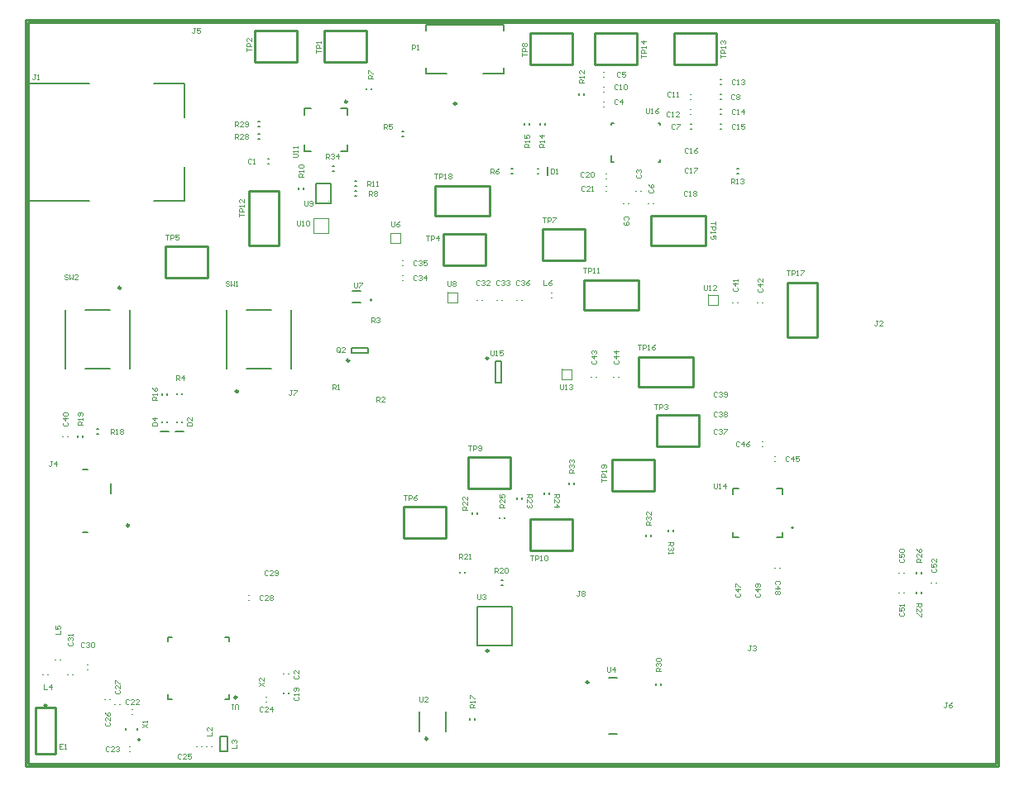
<source format=gto>
G04*
G04 #@! TF.GenerationSoftware,Altium Limited,Altium Designer,20.1.11 (218)*
G04*
G04 Layer_Color=65535*
%FSLAX25Y25*%
%MOIN*%
G70*
G04*
G04 #@! TF.SameCoordinates,9738943D-FDB6-407F-A489-FF49C37398C0*
G04*
G04*
G04 #@! TF.FilePolarity,Positive*
G04*
G01*
G75*
%ADD10C,0.00984*%
%ADD11C,0.01000*%
%ADD12C,0.00197*%
%ADD13C,0.00787*%
%ADD14C,0.00394*%
%ADD15C,0.00600*%
%ADD16C,0.00079*%
%ADD17C,0.00500*%
%ADD18C,0.00591*%
%ADD19C,0.00300*%
D10*
X41665Y97098D02*
G03*
X41665Y97098I-492J0D01*
G01*
X161933Y11012D02*
G03*
X161933Y11012I-492J0D01*
G01*
X85067Y27701D02*
G03*
X85067Y27701I-492J0D01*
G01*
X129591Y267941D02*
G03*
X129591Y267941I-492J0D01*
G01*
X173555Y267150D02*
G03*
X173555Y267150I-492J0D01*
G01*
X226882Y33748D02*
G03*
X226882Y33748I-492J0D01*
G01*
X186492Y164512D02*
G03*
X186492Y164512I-492J0D01*
G01*
X130413Y163543D02*
G03*
X130413Y163543I-492J0D01*
G01*
X186587Y46482D02*
G03*
X186587Y46482I-492J0D01*
G01*
X38350Y192866D02*
G03*
X38350Y192866I-492J0D01*
G01*
X85634Y151134D02*
G03*
X85634Y151134I-492J0D01*
G01*
D11*
X8500Y24500D02*
G03*
X8500Y24500I-500J0D01*
G01*
X203500Y99500D02*
X220500D01*
Y87000D02*
Y99500D01*
X203500Y87000D02*
X220500D01*
X203500D02*
Y99500D01*
X12000Y5000D02*
Y23500D01*
X4000Y5000D02*
X12000D01*
X4000D02*
Y23500D01*
X12000D01*
X92500Y296500D02*
X109500D01*
Y284000D02*
Y296500D01*
X92500Y284000D02*
X109500D01*
X92500D02*
Y296500D01*
X120500D02*
X137500D01*
Y284000D02*
Y296500D01*
X120500Y284000D02*
X137500D01*
X120500D02*
Y296500D01*
X203500Y283000D02*
Y295500D01*
Y283000D02*
X220500D01*
Y295500D01*
X203500D02*
X220500D01*
X252000Y210000D02*
X274000D01*
X252000D02*
Y222000D01*
X274000D01*
Y210000D02*
Y222000D01*
X229500Y295500D02*
X246500D01*
Y283000D02*
Y295500D01*
X229500Y283000D02*
X246500D01*
X229500D02*
Y295500D01*
X261500D02*
X278500D01*
Y283000D02*
Y295500D01*
X261500Y283000D02*
X278500D01*
X261500D02*
Y295500D01*
X1000Y1000D02*
X391000D01*
Y300000D01*
X1000D02*
X391000D01*
X1000Y1000D02*
Y300000D01*
X254500Y141500D02*
X271500D01*
Y129000D02*
Y141500D01*
X254500Y129000D02*
X271500D01*
X254500D02*
Y141500D01*
X236500Y123500D02*
X253500D01*
Y111000D02*
Y123500D01*
X236500Y111000D02*
X253500D01*
X236500D02*
Y123500D01*
X168500Y214500D02*
X185500D01*
Y202000D02*
Y214500D01*
X168500Y202000D02*
X185500D01*
X168500D02*
Y214500D01*
X247000Y153000D02*
Y165000D01*
Y153000D02*
X269000D01*
Y165000D01*
X247000D02*
X269000D01*
X90000Y210000D02*
X102000D01*
Y232000D01*
X90000D02*
X102000D01*
X90000Y210000D02*
Y232000D01*
X319000Y173000D02*
Y195000D01*
X307000Y173000D02*
X319000D01*
X307000D02*
Y195000D01*
X319000D01*
X225000Y196000D02*
X247000D01*
Y184000D02*
Y196000D01*
X225000Y184000D02*
X247000D01*
X225000D02*
Y196000D01*
X165000Y234000D02*
X187000D01*
Y222000D02*
Y234000D01*
X165000Y222000D02*
X187000D01*
X165000D02*
Y234000D01*
X56500Y197000D02*
Y209500D01*
Y197000D02*
X73500D01*
Y209500D01*
X56500D02*
X73500D01*
X152500Y92000D02*
Y104500D01*
Y92000D02*
X169500D01*
Y104500D01*
X152500D02*
X169500D01*
X178500Y112000D02*
Y124500D01*
Y112000D02*
X195500D01*
Y124500D01*
X178500D02*
X195500D01*
X208500Y204000D02*
Y216500D01*
Y204000D02*
X225500D01*
Y216500D01*
X208500D02*
X225500D01*
X0Y0D02*
X392000D01*
Y301000D01*
X0D02*
X392000D01*
X0Y0D02*
Y301000D01*
D12*
X275228Y190067D02*
G03*
X275228Y190067I-197J0D01*
G01*
X216213Y160051D02*
G03*
X216213Y160051I-197J0D01*
G01*
X122165Y214968D02*
G03*
X122165Y214968I-197J0D01*
G01*
X151264Y214968D02*
G03*
X151264Y214968I-197J0D01*
G01*
X170213Y191083D02*
G03*
X170213Y191083I-197J0D01*
G01*
D13*
X309370Y96095D02*
G03*
X309370Y96095I-394J0D01*
G01*
X22945Y94244D02*
X25032D01*
X34244Y109933D02*
Y114067D01*
X22945Y119756D02*
X25032D01*
X236145Y243728D02*
Y246425D01*
Y243728D02*
X236874D01*
X236145Y259279D02*
X236874D01*
X236145Y258551D02*
Y259279D01*
X255633Y258551D02*
Y259279D01*
X254905D02*
X255633D01*
Y243728D02*
Y244456D01*
X254905Y243728D02*
X255633D01*
X169315Y14063D02*
Y21937D01*
X158685Y14063D02*
Y21937D01*
X57213Y27110D02*
X58984D01*
X57213D02*
Y28882D01*
Y50142D02*
Y51913D01*
X58984D01*
X82016Y27110D02*
Y28882D01*
X80244Y27110D02*
X82016D01*
Y50142D02*
Y51913D01*
X80244D02*
X82016D01*
X127032Y265382D02*
X129689D01*
Y262724D02*
Y265382D01*
X112366D02*
X115024D01*
X112366Y262724D02*
Y265382D01*
Y248059D02*
X115024D01*
X112366D02*
Y250716D01*
X127032Y248059D02*
X129689D01*
Y250716D01*
X64000Y227917D02*
Y241697D01*
Y261539D02*
Y275319D01*
X1008Y227917D02*
X25811D01*
X51795D02*
X64000D01*
X51795Y275319D02*
X64000D01*
X1008D02*
X25811D01*
X1008Y227917D02*
Y275319D01*
X161350Y296480D02*
Y298843D01*
X192650Y296480D02*
Y298843D01*
Y279157D02*
Y281520D01*
X184480Y279157D02*
X192650D01*
X161449D02*
X169520D01*
X161350D02*
Y281520D01*
Y298843D02*
X192650D01*
X234953Y13079D02*
X238496D01*
X234953Y35520D02*
X238496D01*
X191610Y154669D02*
Y163331D01*
X189248Y154669D02*
Y163331D01*
Y154669D02*
X191610D01*
X189248Y163331D02*
X191610D01*
X131299Y166595D02*
Y168563D01*
X137992Y166595D02*
Y168563D01*
X131299Y166595D02*
X137992D01*
X131299Y168563D02*
X137992D01*
X182158Y48549D02*
Y64297D01*
X195937D01*
Y48549D02*
Y64297D01*
X182158Y48549D02*
X195937D01*
X24067Y160189D02*
X33933D01*
X41992D02*
Y183811D01*
X24067D02*
X33933D01*
X16008Y160189D02*
Y183811D01*
X89067Y183811D02*
X98933D01*
X81008Y160189D02*
Y183811D01*
X89067Y160189D02*
X98933D01*
X106992D02*
Y183811D01*
D14*
X122228Y227850D02*
G03*
X122228Y227850I-197J0D01*
G01*
D15*
X139606Y187902D02*
G03*
X139606Y187902I-394J0D01*
G01*
X46281Y10638D02*
G03*
X46281Y10638I-557J0D01*
G01*
X123782Y240000D02*
X124282D01*
X123782Y242000D02*
X124282D01*
X219000Y113718D02*
Y114218D01*
X221000Y113718D02*
Y114218D01*
X250000Y92718D02*
Y93218D01*
X252000Y92718D02*
Y93218D01*
X151781Y254000D02*
X152281D01*
X151781Y256000D02*
X152281D01*
X248000Y231890D02*
Y232047D01*
X246000Y231890D02*
Y232047D01*
X280016Y263000D02*
X280173D01*
X280016Y265000D02*
X280173D01*
X280016Y257000D02*
X280173D01*
X280016Y259000D02*
X280173D01*
X280016Y269000D02*
X280173D01*
X280016Y271000D02*
X280173D01*
X280016Y275000D02*
X280173D01*
X280016Y277000D02*
X280173D01*
X243000Y226921D02*
Y227079D01*
X241000Y226921D02*
Y227079D01*
X286719Y239000D02*
X287218D01*
X286719Y241000D02*
X287218D01*
X253000Y226890D02*
Y227047D01*
X251000Y226890D02*
Y227047D01*
X210437Y238425D02*
Y241575D01*
X206343Y240984D02*
X206658D01*
X206343Y239016D02*
X206658D01*
X195782Y241000D02*
X196282D01*
X195782Y239000D02*
X196282D01*
X225000Y270750D02*
Y271250D01*
X223000Y270750D02*
Y271250D01*
X201000Y258718D02*
Y259219D01*
X203000Y258718D02*
Y259219D01*
X268016Y259000D02*
X268173D01*
X268016Y257000D02*
X268173D01*
X267984Y265000D02*
X268142D01*
X267984Y263000D02*
X268142D01*
X267953Y271000D02*
X268110D01*
X267953Y269000D02*
X268110D01*
X89890Y69000D02*
X90047D01*
X89890Y67000D02*
X90047D01*
X179000Y18719D02*
Y19218D01*
X181000Y18719D02*
Y19218D01*
X137500Y272781D02*
Y273282D01*
X139500Y272781D02*
Y273282D01*
X256000Y32719D02*
Y33219D01*
X254000Y32719D02*
Y33219D01*
X297000Y186953D02*
Y187110D01*
X295000Y186953D02*
Y187110D01*
X285000Y186953D02*
Y187110D01*
X287000Y186953D02*
Y187110D01*
X151890Y196000D02*
X152047D01*
X151890Y198000D02*
X152047D01*
X151890Y204000D02*
X152047D01*
X151890Y202000D02*
X152047D01*
X233953Y232000D02*
X234110D01*
X233953Y234000D02*
X234110D01*
X233953Y237000D02*
X234110D01*
X233953Y239000D02*
X234110D01*
X232953Y278000D02*
X233110D01*
X232953Y280000D02*
X233110D01*
X232953Y272000D02*
X233110D01*
X232953Y274000D02*
X233110D01*
X232890Y266000D02*
X233047D01*
X232890Y268000D02*
X233047D01*
X239000Y156953D02*
Y157110D01*
X237000Y156953D02*
Y157110D01*
X228000Y156953D02*
Y157110D01*
X230000Y156953D02*
Y157110D01*
X352000Y77890D02*
Y78047D01*
X354000Y77890D02*
Y78047D01*
X352000Y69921D02*
Y70079D01*
X354000Y69921D02*
Y70079D01*
X261000Y94750D02*
Y95250D01*
X259000Y94750D02*
Y95250D01*
X182000Y101750D02*
Y102250D01*
X180000Y101750D02*
Y102250D01*
X193000Y99782D02*
Y100282D01*
X191000Y99782D02*
Y100282D01*
X198000Y107750D02*
Y108250D01*
X200000Y107750D02*
Y108250D01*
X209000Y109719D02*
Y110219D01*
X211000Y109719D02*
Y110219D01*
X302000Y79953D02*
Y80110D01*
X304000Y79953D02*
Y80110D01*
X301921Y125000D02*
X302079D01*
X301921Y123000D02*
X302079D01*
X296890Y131000D02*
X297047D01*
X296890Y129000D02*
X297047D01*
X359000Y77719D02*
Y78219D01*
X361000Y77719D02*
Y78219D01*
X365000Y73890D02*
Y74047D01*
X367000Y73890D02*
Y74047D01*
X361000Y69750D02*
Y70250D01*
X359000Y69750D02*
Y70250D01*
X207299Y258750D02*
Y259250D01*
X209299Y258750D02*
Y259250D01*
X132719Y236000D02*
X133219D01*
X132719Y234000D02*
X133219D01*
X132719Y232000D02*
X133219D01*
X132719Y230000D02*
X133219D01*
X112000Y232718D02*
Y233219D01*
X110000Y232718D02*
Y233219D01*
X131732Y186917D02*
X134882D01*
X131732Y191642D02*
X134882D01*
X97714Y243060D02*
X97872D01*
X97714Y245060D02*
X97872D01*
X17000Y132890D02*
Y133047D01*
X15000Y132890D02*
Y133047D01*
X23000Y132719D02*
Y133219D01*
X21000Y132719D02*
Y133219D01*
X28719Y134000D02*
X29219D01*
X28719Y136000D02*
X29219D01*
X93718Y260000D02*
X94218D01*
X93718Y258000D02*
X94218D01*
X93718Y255000D02*
X94218D01*
X93718Y253000D02*
X94218D01*
X60425Y134933D02*
X63575D01*
X62984Y138713D02*
Y139028D01*
X61016Y138713D02*
Y139028D01*
X57000Y149750D02*
Y150250D01*
X55000Y149750D02*
Y150250D01*
X54425Y134933D02*
X57575D01*
X56984Y138713D02*
Y139028D01*
X55016Y138713D02*
Y139028D01*
X32000Y26890D02*
Y27047D01*
X34000Y26890D02*
Y27047D01*
X71000Y7953D02*
Y8110D01*
X69000Y7953D02*
Y8110D01*
X75000Y7953D02*
Y8110D01*
X73000Y7953D02*
Y8110D01*
X96890Y26000D02*
X97047D01*
X96890Y28000D02*
X97047D01*
X104000Y37276D02*
Y37433D01*
X106000Y37276D02*
Y37433D01*
Y29339D02*
Y29496D01*
X104000Y29339D02*
Y29496D01*
X36000Y24921D02*
Y25079D01*
X38000Y24921D02*
Y25079D01*
X184000Y187953D02*
Y188110D01*
X182000Y187953D02*
Y188110D01*
X192000Y187953D02*
Y188110D01*
X190000Y187953D02*
Y188110D01*
X42890Y20937D02*
X43047D01*
X42890Y22937D02*
X43047D01*
X40213Y14772D02*
Y15165D01*
X44937Y14772D02*
Y15165D01*
X41953Y7937D02*
X42110D01*
X41953Y5937D02*
X42110D01*
X9000Y36921D02*
Y37079D01*
X7000Y36921D02*
Y37079D01*
X14000Y42890D02*
Y43047D01*
X12000Y42890D02*
Y43047D01*
X24890Y41000D02*
X25047D01*
X24890Y39000D02*
X25047D01*
X17000Y36921D02*
Y37079D01*
X19000Y36921D02*
Y37079D01*
X191718Y73000D02*
X192218D01*
X191718Y75000D02*
X192218D01*
X61000Y149782D02*
Y150282D01*
X63000Y149782D02*
Y150282D01*
X175000Y77781D02*
Y78281D01*
X177000Y77781D02*
Y78281D01*
X198000Y187953D02*
Y188110D01*
X200000Y187953D02*
Y188110D01*
X211890Y189000D02*
X212047D01*
X211890Y191000D02*
X212047D01*
D16*
X275031Y190067D02*
X278969Y190067D01*
Y185933D02*
Y190067D01*
X275031Y185933D02*
X278969D01*
X275031D02*
Y190067D01*
X216016Y160051D02*
X219953Y160051D01*
Y155917D02*
Y160051D01*
X216016Y155917D02*
X219953D01*
X216016D02*
Y160051D01*
X121968Y214968D02*
Y220969D01*
X115969D02*
X121968D01*
X115969Y214968D02*
Y220969D01*
Y214968D02*
X121968Y214968D01*
X146933Y214968D02*
X151067D01*
X146933Y211032D02*
Y214968D01*
Y211032D02*
X151067D01*
X151067Y214968D01*
X170016Y186949D02*
Y191083D01*
Y186949D02*
X173953D01*
Y191083D01*
X170016Y191083D02*
X173953Y191083D01*
D17*
X285157Y111843D02*
X287303D01*
X285157Y92158D02*
X287303D01*
X302697Y111843D02*
X304842D01*
X302697Y92158D02*
X304842D01*
X285157Y109697D02*
Y111843D01*
Y92158D02*
Y94303D01*
X304842Y109697D02*
Y111843D01*
Y92158D02*
Y94303D01*
X78500Y6000D02*
Y12000D01*
Y6000D02*
X81500D01*
Y12000D01*
X78500D02*
X81500D01*
D18*
X122866Y227000D02*
Y235000D01*
X116866D02*
X122866D01*
X116866Y227000D02*
Y235000D01*
Y227000D02*
X122866D01*
D19*
X121000Y244900D02*
Y246899D01*
X122000D01*
X122333Y246566D01*
Y245900D01*
X122000Y245566D01*
X121000D01*
X121667D02*
X122333Y244900D01*
X122999Y246566D02*
X123333Y246899D01*
X123999D01*
X124332Y246566D01*
Y246233D01*
X123999Y245900D01*
X123666D01*
X123999D01*
X124332Y245566D01*
Y245233D01*
X123999Y244900D01*
X123333D01*
X122999Y245233D01*
X125998Y244900D02*
Y246899D01*
X124999Y245900D01*
X126332D01*
X10667Y123000D02*
X10000D01*
X10334D01*
Y121334D01*
X10000Y121000D01*
X9667D01*
X9334Y121334D01*
X12333Y121000D02*
Y123000D01*
X11333Y122000D01*
X12666D01*
X221000Y118334D02*
X219000D01*
Y119334D01*
X219334Y119667D01*
X220000D01*
X220333Y119334D01*
Y118334D01*
Y119001D02*
X221000Y119667D01*
X219334Y120334D02*
X219000Y120667D01*
Y121333D01*
X219334Y121667D01*
X219667D01*
X220000Y121333D01*
Y121000D01*
Y121333D01*
X220333Y121667D01*
X220666D01*
X221000Y121333D01*
Y120667D01*
X220666Y120334D01*
X219334Y122333D02*
X219000Y122666D01*
Y123333D01*
X219334Y123666D01*
X219667D01*
X220000Y123333D01*
Y122999D01*
Y123333D01*
X220333Y123666D01*
X220666D01*
X221000Y123333D01*
Y122666D01*
X220666Y122333D01*
X249886Y265393D02*
Y263727D01*
X250219Y263394D01*
X250886D01*
X251219Y263727D01*
Y265393D01*
X251886Y263394D02*
X252552D01*
X252219D01*
Y265393D01*
X251886Y265060D01*
X254885Y265393D02*
X254218Y265060D01*
X253552Y264393D01*
Y263727D01*
X253885Y263394D01*
X254552D01*
X254885Y263727D01*
Y264060D01*
X254552Y264393D01*
X253552D01*
X223333Y70599D02*
X222666D01*
X223000D01*
Y68933D01*
X222666Y68600D01*
X222333D01*
X222000Y68933D01*
X223999Y70266D02*
X224333Y70599D01*
X224999D01*
X225332Y70266D01*
Y69933D01*
X224999Y69600D01*
X225332Y69266D01*
Y68933D01*
X224999Y68600D01*
X224333D01*
X223999Y68933D01*
Y69266D01*
X224333Y69600D01*
X223999Y69933D01*
Y70266D01*
X224333Y69600D02*
X224999D01*
X107333Y151599D02*
X106667D01*
X107000D01*
Y149933D01*
X106667Y149600D01*
X106333D01*
X106000Y149933D01*
X107999Y151599D02*
X109332D01*
Y151266D01*
X107999Y149933D01*
Y149600D01*
X371333Y25599D02*
X370666D01*
X371000D01*
Y23933D01*
X370666Y23600D01*
X370333D01*
X370000Y23933D01*
X373332Y25599D02*
X372666Y25266D01*
X371999Y24600D01*
Y23933D01*
X372333Y23600D01*
X372999D01*
X373332Y23933D01*
Y24266D01*
X372999Y24600D01*
X371999D01*
X68333Y297599D02*
X67666D01*
X68000D01*
Y295933D01*
X67666Y295600D01*
X67333D01*
X67000Y295933D01*
X70332Y297599D02*
X68999D01*
Y296600D01*
X69666Y296933D01*
X69999D01*
X70332Y296600D01*
Y295933D01*
X69999Y295600D01*
X69333D01*
X68999Y295933D01*
X252000Y97334D02*
X250000D01*
Y98334D01*
X250333Y98667D01*
X251000D01*
X251333Y98334D01*
Y97334D01*
Y98001D02*
X252000Y98667D01*
X250333Y99334D02*
X250000Y99667D01*
Y100333D01*
X250333Y100666D01*
X250667D01*
X251000Y100333D01*
Y100000D01*
Y100333D01*
X251333Y100666D01*
X251666D01*
X252000Y100333D01*
Y99667D01*
X251666Y99334D01*
X252000Y102666D02*
Y101333D01*
X250667Y102666D01*
X250333D01*
X250000Y102333D01*
Y101666D01*
X250333Y101333D01*
X259000Y90333D02*
X261000D01*
Y89333D01*
X260666Y89000D01*
X260000D01*
X259667Y89333D01*
Y90333D01*
Y89666D02*
X259000Y89000D01*
X260666Y88333D02*
X261000Y88000D01*
Y87334D01*
X260666Y87000D01*
X260333D01*
X260000Y87334D01*
Y87667D01*
Y87334D01*
X259667Y87000D01*
X259334D01*
X259000Y87334D01*
Y88000D01*
X259334Y88333D01*
X259000Y86334D02*
Y85667D01*
Y86001D01*
X261000D01*
X260666Y86334D01*
X256000Y38334D02*
X254000D01*
Y39334D01*
X254333Y39667D01*
X255000D01*
X255333Y39334D01*
Y38334D01*
Y39001D02*
X256000Y39667D01*
X254333Y40334D02*
X254000Y40667D01*
Y41333D01*
X254333Y41666D01*
X254667D01*
X255000Y41333D01*
Y41000D01*
Y41333D01*
X255333Y41666D01*
X255666D01*
X256000Y41333D01*
Y40667D01*
X255666Y40334D01*
X254333Y42333D02*
X254000Y42666D01*
Y43333D01*
X254333Y43666D01*
X255666D01*
X256000Y43333D01*
Y42666D01*
X255666Y42333D01*
X254333D01*
X84334Y258000D02*
Y260000D01*
X85334D01*
X85667Y259666D01*
Y259000D01*
X85334Y258667D01*
X84334D01*
X85001D02*
X85667Y258000D01*
X87666D02*
X86334D01*
X87666Y259333D01*
Y259666D01*
X87333Y260000D01*
X86667D01*
X86334Y259666D01*
X88333Y258334D02*
X88666Y258000D01*
X89333D01*
X89666Y258334D01*
Y259666D01*
X89333Y260000D01*
X88666D01*
X88333Y259666D01*
Y259333D01*
X88666Y259000D01*
X89666D01*
X84271Y253000D02*
Y255000D01*
X85271D01*
X85604Y254666D01*
Y254000D01*
X85271Y253667D01*
X84271D01*
X84938D02*
X85604Y253000D01*
X87603D02*
X86271D01*
X87603Y254333D01*
Y254666D01*
X87270Y255000D01*
X86604D01*
X86271Y254666D01*
X88270D02*
X88603Y255000D01*
X89270D01*
X89603Y254666D01*
Y254333D01*
X89270Y254000D01*
X89603Y253667D01*
Y253334D01*
X89270Y253000D01*
X88603D01*
X88270Y253334D01*
Y253667D01*
X88603Y254000D01*
X88270Y254333D01*
Y254666D01*
X88603Y254000D02*
X89270D01*
X187501Y167559D02*
Y165893D01*
X187834Y165559D01*
X188500D01*
X188834Y165893D01*
Y167559D01*
X189500Y165559D02*
X190167D01*
X189833D01*
Y167559D01*
X189500Y167226D01*
X192499Y167559D02*
X191166D01*
Y166559D01*
X191833Y166892D01*
X192166D01*
X192499Y166559D01*
Y165893D01*
X192166Y165559D01*
X191499D01*
X191166Y165893D01*
X277501Y114000D02*
Y112334D01*
X277834Y112000D01*
X278501D01*
X278834Y112334D01*
Y114000D01*
X279500Y112000D02*
X280167D01*
X279833D01*
Y114000D01*
X279500Y113666D01*
X282166Y112000D02*
Y114000D01*
X281166Y113000D01*
X282499D01*
X215501Y154000D02*
Y152334D01*
X215834Y152000D01*
X216500D01*
X216834Y152334D01*
Y154000D01*
X217500Y152000D02*
X218167D01*
X217833D01*
Y154000D01*
X217500Y153666D01*
X219166D02*
X219499Y154000D01*
X220166D01*
X220499Y153666D01*
Y153333D01*
X220166Y153000D01*
X219833D01*
X220166D01*
X220499Y152667D01*
Y152334D01*
X220166Y152000D01*
X219499D01*
X219166Y152334D01*
X273501Y194000D02*
Y192334D01*
X273834Y192000D01*
X274500D01*
X274834Y192334D01*
Y194000D01*
X275500Y192000D02*
X276167D01*
X275833D01*
Y194000D01*
X275500Y193667D01*
X278499Y192000D02*
X277166D01*
X278499Y193333D01*
Y193667D01*
X278166Y194000D01*
X277500D01*
X277166Y193667D01*
X232000Y114501D02*
Y115834D01*
Y115168D01*
X234000D01*
Y116500D02*
X232000D01*
Y117500D01*
X232333Y117833D01*
X233000D01*
X233333Y117500D01*
Y116500D01*
X234000Y118500D02*
Y119166D01*
Y118833D01*
X232000D01*
X232333Y118500D01*
X233666Y120166D02*
X234000Y120499D01*
Y121166D01*
X233666Y121499D01*
X232333D01*
X232000Y121166D01*
Y120499D01*
X232333Y120166D01*
X232667D01*
X233000Y120499D01*
Y121499D01*
X164800Y238799D02*
X166133D01*
X165466D01*
Y236800D01*
X166799D02*
Y238799D01*
X167799D01*
X168132Y238466D01*
Y237800D01*
X167799Y237466D01*
X166799D01*
X168799Y236800D02*
X169465D01*
X169132D01*
Y238799D01*
X168799Y238466D01*
X170465D02*
X170798Y238799D01*
X171465D01*
X171798Y238466D01*
Y238133D01*
X171465Y237800D01*
X171798Y237466D01*
Y237133D01*
X171465Y236800D01*
X170798D01*
X170465Y237133D01*
Y237466D01*
X170798Y237800D01*
X170465Y238133D01*
Y238466D01*
X170798Y237800D02*
X171465D01*
X306800Y199799D02*
X308133D01*
X307466D01*
Y197800D01*
X308799D02*
Y199799D01*
X309799D01*
X310132Y199466D01*
Y198800D01*
X309799Y198467D01*
X308799D01*
X310799Y197800D02*
X311465D01*
X311132D01*
Y199799D01*
X310799Y199466D01*
X312465Y199799D02*
X313798D01*
Y199466D01*
X312465Y198133D01*
Y197800D01*
X246800Y169799D02*
X248133D01*
X247466D01*
Y167800D01*
X248799D02*
Y169799D01*
X249799D01*
X250132Y169466D01*
Y168800D01*
X249799Y168466D01*
X248799D01*
X250799Y167800D02*
X251465D01*
X251132D01*
Y169799D01*
X250799Y169466D01*
X253798Y169799D02*
X253131Y169466D01*
X252465Y168800D01*
Y168133D01*
X252798Y167800D01*
X253465D01*
X253798Y168133D01*
Y168466D01*
X253465Y168800D01*
X252465D01*
X278000Y219499D02*
Y218166D01*
Y218832D01*
X276000D01*
Y217499D02*
X278000D01*
Y216500D01*
X277666Y216167D01*
X277000D01*
X276667Y216500D01*
Y217499D01*
X276000Y215500D02*
Y214834D01*
Y215167D01*
X278000D01*
X277666Y215500D01*
X278000Y212501D02*
Y213834D01*
X277000D01*
X277333Y213168D01*
Y212834D01*
X277000Y212501D01*
X276334D01*
X276000Y212834D01*
Y213501D01*
X276334Y213834D01*
X248000Y285501D02*
Y286834D01*
Y286168D01*
X250000D01*
Y287501D02*
X248000D01*
Y288500D01*
X248334Y288833D01*
X249000D01*
X249333Y288500D01*
Y287501D01*
X250000Y289500D02*
Y290166D01*
Y289833D01*
X248000D01*
X248334Y289500D01*
X250000Y292166D02*
X248000D01*
X249000Y291166D01*
Y292499D01*
X280000Y285501D02*
Y286834D01*
Y286168D01*
X282000D01*
Y287501D02*
X280000D01*
Y288500D01*
X280333Y288833D01*
X281000D01*
X281333Y288500D01*
Y287501D01*
X282000Y289500D02*
Y290166D01*
Y289833D01*
X280000D01*
X280333Y289500D01*
Y291166D02*
X280000Y291499D01*
Y292166D01*
X280333Y292499D01*
X280667D01*
X281000Y292166D01*
Y291832D01*
Y292166D01*
X281333Y292499D01*
X281666D01*
X282000Y292166D01*
Y291499D01*
X281666Y291166D01*
X86000Y221501D02*
Y222834D01*
Y222168D01*
X88000D01*
Y223500D02*
X86000D01*
Y224500D01*
X86334Y224833D01*
X87000D01*
X87333Y224500D01*
Y223500D01*
X88000Y225500D02*
Y226166D01*
Y225833D01*
X86000D01*
X86334Y225500D01*
X88000Y228499D02*
Y227166D01*
X86667Y228499D01*
X86334D01*
X86000Y228166D01*
Y227499D01*
X86334Y227166D01*
X224800Y200799D02*
X226133D01*
X225466D01*
Y198800D01*
X226799D02*
Y200799D01*
X227799D01*
X228132Y200466D01*
Y199800D01*
X227799Y199467D01*
X226799D01*
X228799Y198800D02*
X229465D01*
X229132D01*
Y200799D01*
X228799Y200466D01*
X230465Y198800D02*
X231131D01*
X230798D01*
Y200799D01*
X230465Y200466D01*
X203501Y85000D02*
X204834D01*
X204168D01*
Y83000D01*
X205501D02*
Y85000D01*
X206500D01*
X206833Y84667D01*
Y84000D01*
X206500Y83667D01*
X205501D01*
X207500Y83000D02*
X208166D01*
X207833D01*
Y85000D01*
X207500Y84667D01*
X209166D02*
X209499Y85000D01*
X210166D01*
X210499Y84667D01*
Y83334D01*
X210166Y83000D01*
X209499D01*
X209166Y83334D01*
Y84667D01*
X178300Y129299D02*
X179633D01*
X178966D01*
Y127300D01*
X180299D02*
Y129299D01*
X181299D01*
X181632Y128966D01*
Y128300D01*
X181299Y127966D01*
X180299D01*
X182299Y127633D02*
X182632Y127300D01*
X183298D01*
X183632Y127633D01*
Y128966D01*
X183298Y129299D01*
X182632D01*
X182299Y128966D01*
Y128633D01*
X182632Y128300D01*
X183632D01*
X200000Y286334D02*
Y287667D01*
Y287001D01*
X202000D01*
Y288334D02*
X200000D01*
Y289333D01*
X200333Y289667D01*
X201000D01*
X201333Y289333D01*
Y288334D01*
X200333Y290333D02*
X200000Y290666D01*
Y291333D01*
X200333Y291666D01*
X200667D01*
X201000Y291333D01*
X201333Y291666D01*
X201666D01*
X202000Y291333D01*
Y290666D01*
X201666Y290333D01*
X201333D01*
X201000Y290666D01*
X200667Y290333D01*
X200333D01*
X201000Y290666D02*
Y291333D01*
X208300Y221299D02*
X209633D01*
X208966D01*
Y219300D01*
X210299D02*
Y221299D01*
X211299D01*
X211632Y220966D01*
Y220300D01*
X211299Y219966D01*
X210299D01*
X212299Y221299D02*
X213632D01*
Y220966D01*
X212299Y219633D01*
Y219300D01*
X152300Y109299D02*
X153633D01*
X152966D01*
Y107300D01*
X154299D02*
Y109299D01*
X155299D01*
X155632Y108966D01*
Y108300D01*
X155299Y107966D01*
X154299D01*
X157632Y109299D02*
X156965Y108966D01*
X156299Y108300D01*
Y107633D01*
X156632Y107300D01*
X157298D01*
X157632Y107633D01*
Y107966D01*
X157298Y108300D01*
X156299D01*
X56300Y214299D02*
X57633D01*
X56966D01*
Y212300D01*
X58299D02*
Y214299D01*
X59299D01*
X59632Y213966D01*
Y213300D01*
X59299Y212966D01*
X58299D01*
X61632Y214299D02*
X60299D01*
Y213300D01*
X60965Y213633D01*
X61298D01*
X61632Y213300D01*
Y212633D01*
X61298Y212300D01*
X60632D01*
X60299Y212633D01*
X161334Y214000D02*
X162667D01*
X162001D01*
Y212000D01*
X163333D02*
Y214000D01*
X164333D01*
X164666Y213667D01*
Y213000D01*
X164333Y212667D01*
X163333D01*
X166333Y212000D02*
Y214000D01*
X165333Y213000D01*
X166666D01*
X253334Y146000D02*
X254667D01*
X254001D01*
Y144000D01*
X255334D02*
Y146000D01*
X256333D01*
X256666Y145667D01*
Y145000D01*
X256333Y144667D01*
X255334D01*
X257333Y145667D02*
X257666Y146000D01*
X258333D01*
X258666Y145667D01*
Y145333D01*
X258333Y145000D01*
X257999D01*
X258333D01*
X258666Y144667D01*
Y144334D01*
X258333Y144000D01*
X257666D01*
X257333Y144334D01*
X89000Y288334D02*
Y289667D01*
Y289001D01*
X91000D01*
Y290334D02*
X89000D01*
Y291333D01*
X89333Y291667D01*
X90000D01*
X90333Y291333D01*
Y290334D01*
X91000Y293666D02*
Y292333D01*
X89667Y293666D01*
X89333D01*
X89000Y293333D01*
Y292666D01*
X89333Y292333D01*
X117000Y287667D02*
Y289000D01*
Y288334D01*
X119000D01*
Y289667D02*
X117000D01*
Y290667D01*
X117333Y291000D01*
X118000D01*
X118333Y290667D01*
Y289667D01*
X119000Y291666D02*
Y292333D01*
Y291999D01*
X117000D01*
X117333Y291666D01*
X17133Y197866D02*
X16800Y198199D01*
X16133D01*
X15800Y197866D01*
Y197533D01*
X16133Y197200D01*
X16800D01*
X17133Y196867D01*
Y196533D01*
X16800Y196200D01*
X16133D01*
X15800Y196533D01*
X17799Y198199D02*
Y196200D01*
X18466Y196867D01*
X19132Y196200D01*
Y198199D01*
X21132Y196200D02*
X19799D01*
X21132Y197533D01*
Y197866D01*
X20798Y198199D01*
X20132D01*
X19799Y197866D01*
X359000Y65634D02*
X361000D01*
Y64635D01*
X360666Y64301D01*
X360000D01*
X359667Y64635D01*
Y65634D01*
Y64968D02*
X359000Y64301D01*
Y62302D02*
Y63635D01*
X360333Y62302D01*
X360666D01*
X361000Y62635D01*
Y63302D01*
X360666Y63635D01*
X361000Y61636D02*
Y60303D01*
X360666D01*
X359334Y61636D01*
X359000D01*
X361000Y82334D02*
X359000D01*
Y83334D01*
X359333Y83667D01*
X360000D01*
X360333Y83334D01*
Y82334D01*
Y83001D02*
X361000Y83667D01*
Y85666D02*
Y84334D01*
X359667Y85666D01*
X359333D01*
X359000Y85333D01*
Y84667D01*
X359333Y84334D01*
X359000Y87666D02*
X359333Y86999D01*
X360000Y86333D01*
X360666D01*
X361000Y86666D01*
Y87333D01*
X360666Y87666D01*
X360333D01*
X360000Y87333D01*
Y86333D01*
X193000Y104334D02*
X191000D01*
Y105334D01*
X191333Y105667D01*
X192000D01*
X192333Y105334D01*
Y104334D01*
Y105001D02*
X193000Y105667D01*
Y107667D02*
Y106334D01*
X191667Y107667D01*
X191333D01*
X191000Y107333D01*
Y106667D01*
X191333Y106334D01*
X191000Y109666D02*
Y108333D01*
X192000D01*
X191667Y108999D01*
Y109333D01*
X192000Y109666D01*
X192666D01*
X193000Y109333D01*
Y108666D01*
X192666Y108333D01*
X213000Y109666D02*
X215000D01*
Y108666D01*
X214666Y108333D01*
X214000D01*
X213667Y108666D01*
Y109666D01*
Y108999D02*
X213000Y108333D01*
Y106333D02*
Y107666D01*
X214333Y106333D01*
X214666D01*
X215000Y106667D01*
Y107333D01*
X214666Y107666D01*
X213000Y104667D02*
X215000D01*
X214000Y105667D01*
Y104334D01*
X202000Y109666D02*
X204000D01*
Y108666D01*
X203666Y108333D01*
X203000D01*
X202667Y108666D01*
Y109666D01*
Y108999D02*
X202000Y108333D01*
Y106333D02*
Y107666D01*
X203333Y106333D01*
X203666D01*
X204000Y106667D01*
Y107333D01*
X203666Y107666D01*
Y105667D02*
X204000Y105334D01*
Y104667D01*
X203666Y104334D01*
X203333D01*
X203000Y104667D01*
Y105001D01*
Y104667D01*
X202667Y104334D01*
X202333D01*
X202000Y104667D01*
Y105334D01*
X202333Y105667D01*
X178000Y103334D02*
X176000D01*
Y104334D01*
X176333Y104667D01*
X177000D01*
X177333Y104334D01*
Y103334D01*
Y104001D02*
X178000Y104667D01*
Y106667D02*
Y105334D01*
X176667Y106667D01*
X176333D01*
X176000Y106333D01*
Y105667D01*
X176333Y105334D01*
X178000Y108666D02*
Y107333D01*
X176667Y108666D01*
X176333D01*
X176000Y108333D01*
Y107666D01*
X176333Y107333D01*
X174700Y83700D02*
Y85699D01*
X175700D01*
X176033Y85366D01*
Y84700D01*
X175700Y84366D01*
X174700D01*
X175366D02*
X176033Y83700D01*
X178032D02*
X176699D01*
X178032Y85033D01*
Y85366D01*
X177699Y85699D01*
X177033D01*
X176699Y85366D01*
X178699Y83700D02*
X179365D01*
X179032D01*
Y85699D01*
X178699Y85366D01*
X188900Y77900D02*
Y79899D01*
X189900D01*
X190233Y79566D01*
Y78900D01*
X189900Y78566D01*
X188900D01*
X189567D02*
X190233Y77900D01*
X192232D02*
X190899D01*
X192232Y79233D01*
Y79566D01*
X191899Y79899D01*
X191233D01*
X190899Y79566D01*
X192899D02*
X193232Y79899D01*
X193898D01*
X194232Y79566D01*
Y78233D01*
X193898Y77900D01*
X193232D01*
X192899Y78233D01*
Y79566D01*
X23000Y137501D02*
X21000D01*
Y138500D01*
X21334Y138834D01*
X22000D01*
X22333Y138500D01*
Y137501D01*
Y138167D02*
X23000Y138834D01*
Y139500D02*
Y140167D01*
Y139833D01*
X21000D01*
X21334Y139500D01*
X22666Y141166D02*
X23000Y141499D01*
Y142166D01*
X22666Y142499D01*
X21334D01*
X21000Y142166D01*
Y141499D01*
X21334Y141166D01*
X21667D01*
X22000Y141499D01*
Y142499D01*
X34501Y134000D02*
Y136000D01*
X35500D01*
X35834Y135667D01*
Y135000D01*
X35500Y134667D01*
X34501D01*
X35167D02*
X35834Y134000D01*
X36500D02*
X37167D01*
X36833D01*
Y136000D01*
X36500Y135667D01*
X38166D02*
X38500Y136000D01*
X39166D01*
X39499Y135667D01*
Y135333D01*
X39166Y135000D01*
X39499Y134667D01*
Y134334D01*
X39166Y134000D01*
X38500D01*
X38166Y134334D01*
Y134667D01*
X38500Y135000D01*
X38166Y135333D01*
Y135667D01*
X38500Y135000D02*
X39166D01*
X181000Y23501D02*
X179000D01*
Y24500D01*
X179333Y24834D01*
X180000D01*
X180333Y24500D01*
Y23501D01*
Y24167D02*
X181000Y24834D01*
Y25500D02*
Y26167D01*
Y25833D01*
X179000D01*
X179333Y25500D01*
X179000Y27166D02*
Y28499D01*
X179333D01*
X180666Y27166D01*
X181000D01*
X53000Y147532D02*
X51000D01*
Y148532D01*
X51333Y148865D01*
X52000D01*
X52333Y148532D01*
Y147532D01*
Y148199D02*
X53000Y148865D01*
Y149532D02*
Y150198D01*
Y149865D01*
X51000D01*
X51333Y149532D01*
X51000Y152531D02*
X51333Y151864D01*
X52000Y151198D01*
X52666D01*
X53000Y151531D01*
Y152198D01*
X52666Y152531D01*
X52333D01*
X52000Y152198D01*
Y151198D01*
X155667Y289000D02*
Y291000D01*
X156667D01*
X157000Y290667D01*
Y290000D01*
X156667Y289667D01*
X155667D01*
X157667Y289000D02*
X158333D01*
X158000D01*
Y291000D01*
X157667Y290667D01*
X208700Y195899D02*
Y193900D01*
X210033D01*
X212032Y195899D02*
X211366Y195566D01*
X210699Y194900D01*
Y194233D01*
X211033Y193900D01*
X211699D01*
X212032Y194233D01*
Y194567D01*
X211699Y194900D01*
X210699D01*
X292333Y48599D02*
X291666D01*
X292000D01*
Y46933D01*
X291666Y46600D01*
X291333D01*
X291000Y46933D01*
X292999Y48266D02*
X293333Y48599D01*
X293999D01*
X294332Y48266D01*
Y47933D01*
X293999Y47600D01*
X293666D01*
X293999D01*
X294332Y47266D01*
Y46933D01*
X293999Y46600D01*
X293333D01*
X292999Y46933D01*
X51000Y137334D02*
X53000D01*
Y138334D01*
X52666Y138667D01*
X51333D01*
X51000Y138334D01*
Y137334D01*
X53000Y140333D02*
X51000D01*
X52000Y139333D01*
Y140666D01*
X65000Y137334D02*
X67000D01*
Y138334D01*
X66666Y138667D01*
X65333D01*
X65000Y138334D01*
Y137334D01*
X67000Y140666D02*
Y139333D01*
X65667Y140666D01*
X65333D01*
X65000Y140333D01*
Y139666D01*
X65333Y139333D01*
X211667Y241000D02*
Y239000D01*
X212667D01*
X213000Y239334D01*
Y240667D01*
X212667Y241000D01*
X211667D01*
X213666Y239000D02*
X214333D01*
X214000D01*
Y241000D01*
X213666Y240667D01*
X365334Y79667D02*
X365000Y79334D01*
Y78667D01*
X365334Y78334D01*
X366666D01*
X367000Y78667D01*
Y79334D01*
X366666Y79667D01*
X365000Y81666D02*
Y80334D01*
X366000D01*
X365667Y81000D01*
Y81333D01*
X366000Y81666D01*
X366666D01*
X367000Y81333D01*
Y80667D01*
X366666Y80334D01*
X367000Y83666D02*
Y82333D01*
X365667Y83666D01*
X365334D01*
X365000Y83333D01*
Y82666D01*
X365334Y82333D01*
X352333Y61969D02*
X352000Y61636D01*
Y60969D01*
X352333Y60636D01*
X353666D01*
X354000Y60969D01*
Y61636D01*
X353666Y61969D01*
X352000Y63968D02*
Y62635D01*
X353000D01*
X352667Y63302D01*
Y63635D01*
X353000Y63968D01*
X353666D01*
X354000Y63635D01*
Y62968D01*
X353666Y62635D01*
X354000Y64635D02*
Y65301D01*
Y64968D01*
X352000D01*
X352333Y64635D01*
Y83667D02*
X352000Y83334D01*
Y82667D01*
X352333Y82334D01*
X353666D01*
X354000Y82667D01*
Y83334D01*
X353666Y83667D01*
X352000Y85666D02*
Y84334D01*
X353000D01*
X352667Y85000D01*
Y85333D01*
X353000Y85666D01*
X353666D01*
X354000Y85333D01*
Y84667D01*
X353666Y84334D01*
X352333Y86333D02*
X352000Y86666D01*
Y87333D01*
X352333Y87666D01*
X353666D01*
X354000Y87333D01*
Y86666D01*
X353666Y86333D01*
X352333D01*
X294334Y69667D02*
X294000Y69334D01*
Y68667D01*
X294334Y68334D01*
X295666D01*
X296000Y68667D01*
Y69334D01*
X295666Y69667D01*
X296000Y71333D02*
X294000D01*
X295000Y70334D01*
Y71666D01*
X295666Y72333D02*
X296000Y72666D01*
Y73333D01*
X295666Y73666D01*
X294334D01*
X294000Y73333D01*
Y72666D01*
X294334Y72333D01*
X294667D01*
X295000Y72666D01*
Y73666D01*
X303666Y73333D02*
X304000Y73666D01*
Y74333D01*
X303666Y74666D01*
X302334D01*
X302000Y74333D01*
Y73666D01*
X302334Y73333D01*
X302000Y71667D02*
X304000D01*
X303000Y72666D01*
Y71334D01*
X303666Y70667D02*
X304000Y70334D01*
Y69667D01*
X303666Y69334D01*
X303333D01*
X303000Y69667D01*
X302667Y69334D01*
X302334D01*
X302000Y69667D01*
Y70334D01*
X302334Y70667D01*
X302667D01*
X303000Y70334D01*
X303333Y70667D01*
X303666D01*
X303000Y70334D02*
Y69667D01*
X286333Y69667D02*
X286000Y69334D01*
Y68667D01*
X286333Y68334D01*
X287666D01*
X288000Y68667D01*
Y69334D01*
X287666Y69667D01*
X288000Y71333D02*
X286000D01*
X287000Y70334D01*
Y71666D01*
X286000Y72333D02*
Y73666D01*
X286333D01*
X287666Y72333D01*
X288000D01*
X287667Y130666D02*
X287334Y131000D01*
X286667D01*
X286334Y130666D01*
Y129334D01*
X286667Y129000D01*
X287334D01*
X287667Y129334D01*
X289333Y129000D02*
Y131000D01*
X288334Y130000D01*
X289666D01*
X291666Y131000D02*
X290999Y130666D01*
X290333Y130000D01*
Y129334D01*
X290666Y129000D01*
X291333D01*
X291666Y129334D01*
Y129667D01*
X291333Y130000D01*
X290333D01*
X307699Y124667D02*
X307365Y125000D01*
X306699D01*
X306366Y124667D01*
Y123334D01*
X306699Y123000D01*
X307365D01*
X307699Y123334D01*
X309365Y123000D02*
Y125000D01*
X308365Y124000D01*
X309698D01*
X311697Y125000D02*
X310364D01*
Y124000D01*
X311031Y124333D01*
X311364D01*
X311697Y124000D01*
Y123334D01*
X311364Y123000D01*
X310698D01*
X310364Y123334D01*
X237333Y163667D02*
X237000Y163334D01*
Y162667D01*
X237333Y162334D01*
X238666D01*
X239000Y162667D01*
Y163334D01*
X238666Y163667D01*
X239000Y165333D02*
X237000D01*
X238000Y164333D01*
Y165666D01*
X239000Y167333D02*
X237000D01*
X238000Y166333D01*
Y167666D01*
X228333Y163667D02*
X228000Y163334D01*
Y162667D01*
X228333Y162334D01*
X229666D01*
X230000Y162667D01*
Y163334D01*
X229666Y163667D01*
X230000Y165333D02*
X228000D01*
X229000Y164333D01*
Y165666D01*
X228333Y166333D02*
X228000Y166666D01*
Y167333D01*
X228333Y167666D01*
X228667D01*
X229000Y167333D01*
Y166999D01*
Y167333D01*
X229333Y167666D01*
X229666D01*
X230000Y167333D01*
Y166666D01*
X229666Y166333D01*
X295334Y192667D02*
X295000Y192334D01*
Y191667D01*
X295334Y191334D01*
X296666D01*
X297000Y191667D01*
Y192334D01*
X296666Y192667D01*
X297000Y194333D02*
X295000D01*
X296000Y193333D01*
Y194667D01*
X297000Y196666D02*
Y195333D01*
X295667Y196666D01*
X295334D01*
X295000Y196333D01*
Y195666D01*
X295334Y195333D01*
X285333Y193000D02*
X285000Y192667D01*
Y192001D01*
X285333Y191667D01*
X286666D01*
X287000Y192001D01*
Y192667D01*
X286666Y193000D01*
X287000Y194667D02*
X285000D01*
X286000Y193667D01*
Y195000D01*
X287000Y195666D02*
Y196333D01*
Y195999D01*
X285000D01*
X285333Y195666D01*
X15334Y138667D02*
X15000Y138334D01*
Y137667D01*
X15334Y137334D01*
X16666D01*
X17000Y137667D01*
Y138334D01*
X16666Y138667D01*
X17000Y140333D02*
X15000D01*
X16000Y139333D01*
Y140666D01*
X15334Y141333D02*
X15000Y141666D01*
Y142333D01*
X15334Y142666D01*
X16666D01*
X17000Y142333D01*
Y141666D01*
X16666Y141333D01*
X15334D01*
X278667Y150666D02*
X278334Y151000D01*
X277667D01*
X277334Y150666D01*
Y149334D01*
X277667Y149000D01*
X278334D01*
X278667Y149334D01*
X279334Y150666D02*
X279667Y151000D01*
X280333D01*
X280666Y150666D01*
Y150333D01*
X280333Y150000D01*
X280000D01*
X280333D01*
X280666Y149667D01*
Y149334D01*
X280333Y149000D01*
X279667D01*
X279334Y149334D01*
X281333D02*
X281666Y149000D01*
X282333D01*
X282666Y149334D01*
Y150666D01*
X282333Y151000D01*
X281666D01*
X281333Y150666D01*
Y150333D01*
X281666Y150000D01*
X282666D01*
X278667Y142666D02*
X278334Y143000D01*
X277667D01*
X277334Y142666D01*
Y141334D01*
X277667Y141000D01*
X278334D01*
X278667Y141334D01*
X279334Y142666D02*
X279667Y143000D01*
X280333D01*
X280666Y142666D01*
Y142333D01*
X280333Y142000D01*
X280000D01*
X280333D01*
X280666Y141667D01*
Y141334D01*
X280333Y141000D01*
X279667D01*
X279334Y141334D01*
X281333Y142666D02*
X281666Y143000D01*
X282333D01*
X282666Y142666D01*
Y142333D01*
X282333Y142000D01*
X282666Y141667D01*
Y141334D01*
X282333Y141000D01*
X281666D01*
X281333Y141334D01*
Y141667D01*
X281666Y142000D01*
X281333Y142333D01*
Y142666D01*
X281666Y142000D02*
X282333D01*
X278667Y135667D02*
X278334Y136000D01*
X277667D01*
X277334Y135667D01*
Y134334D01*
X277667Y134000D01*
X278334D01*
X278667Y134334D01*
X279334Y135667D02*
X279667Y136000D01*
X280333D01*
X280666Y135667D01*
Y135333D01*
X280333Y135000D01*
X280000D01*
X280333D01*
X280666Y134667D01*
Y134334D01*
X280333Y134000D01*
X279667D01*
X279334Y134334D01*
X281333Y136000D02*
X282666D01*
Y135667D01*
X281333Y134334D01*
Y134000D01*
X199033Y195566D02*
X198700Y195899D01*
X198033D01*
X197700Y195566D01*
Y194233D01*
X198033Y193900D01*
X198700D01*
X199033Y194233D01*
X199699Y195566D02*
X200033Y195899D01*
X200699D01*
X201032Y195566D01*
Y195233D01*
X200699Y194900D01*
X200366D01*
X200699D01*
X201032Y194567D01*
Y194233D01*
X200699Y193900D01*
X200033D01*
X199699Y194233D01*
X203032Y195899D02*
X202365Y195566D01*
X201699Y194900D01*
Y194233D01*
X202032Y193900D01*
X202698D01*
X203032Y194233D01*
Y194567D01*
X202698Y194900D01*
X201699D01*
X157667Y203666D02*
X157334Y204000D01*
X156667D01*
X156334Y203666D01*
Y202334D01*
X156667Y202000D01*
X157334D01*
X157667Y202334D01*
X158334Y203666D02*
X158667Y204000D01*
X159333D01*
X159667Y203666D01*
Y203333D01*
X159333Y203000D01*
X159000D01*
X159333D01*
X159667Y202667D01*
Y202334D01*
X159333Y202000D01*
X158667D01*
X158334Y202334D01*
X161666Y204000D02*
X160333D01*
Y203000D01*
X160999Y203333D01*
X161333D01*
X161666Y203000D01*
Y202334D01*
X161333Y202000D01*
X160666D01*
X160333Y202334D01*
X157667Y197667D02*
X157334Y198000D01*
X156667D01*
X156334Y197667D01*
Y196334D01*
X156667Y196000D01*
X157334D01*
X157667Y196334D01*
X158334Y197667D02*
X158667Y198000D01*
X159333D01*
X159667Y197667D01*
Y197333D01*
X159333Y197000D01*
X159000D01*
X159333D01*
X159667Y196667D01*
Y196334D01*
X159333Y196000D01*
X158667D01*
X158334Y196334D01*
X161333Y196000D02*
Y198000D01*
X160333Y197000D01*
X161666D01*
X191033Y195566D02*
X190700Y195899D01*
X190033D01*
X189700Y195566D01*
Y194233D01*
X190033Y193900D01*
X190700D01*
X191033Y194233D01*
X191699Y195566D02*
X192033Y195899D01*
X192699D01*
X193032Y195566D01*
Y195233D01*
X192699Y194900D01*
X192366D01*
X192699D01*
X193032Y194567D01*
Y194233D01*
X192699Y193900D01*
X192033D01*
X191699Y194233D01*
X193699Y195566D02*
X194032Y195899D01*
X194698D01*
X195032Y195566D01*
Y195233D01*
X194698Y194900D01*
X194365D01*
X194698D01*
X195032Y194567D01*
Y194233D01*
X194698Y193900D01*
X194032D01*
X193699Y194233D01*
X183033Y195566D02*
X182700Y195899D01*
X182033D01*
X181700Y195566D01*
Y194233D01*
X182033Y193900D01*
X182700D01*
X183033Y194233D01*
X183699Y195566D02*
X184033Y195899D01*
X184699D01*
X185032Y195566D01*
Y195233D01*
X184699Y194900D01*
X184366D01*
X184699D01*
X185032Y194567D01*
Y194233D01*
X184699Y193900D01*
X184033D01*
X183699Y194233D01*
X187032Y193900D02*
X185699D01*
X187032Y195233D01*
Y195566D01*
X186698Y195899D01*
X186032D01*
X185699Y195566D01*
X94000Y32334D02*
X96000Y33667D01*
X94000D02*
X96000Y32334D01*
Y35666D02*
Y34333D01*
X94667Y35666D01*
X94333D01*
X94000Y35333D01*
Y34666D01*
X94333Y34333D01*
X47000Y15667D02*
X49000Y17000D01*
X47000D02*
X49000Y15667D01*
Y17666D02*
Y18333D01*
Y18000D01*
X47000D01*
X47333Y17666D01*
X107748Y245582D02*
X109414D01*
X109748Y245915D01*
Y246582D01*
X109414Y246915D01*
X107748D01*
X109748Y247581D02*
Y248248D01*
Y247915D01*
X107748D01*
X108081Y247581D01*
X109748Y249248D02*
Y249914D01*
Y249581D01*
X107748D01*
X108081Y249248D01*
X109501Y220000D02*
Y218334D01*
X109834Y218000D01*
X110501D01*
X110834Y218334D01*
Y220000D01*
X111500Y218000D02*
X112167D01*
X111833D01*
Y220000D01*
X111500Y219667D01*
X113166D02*
X113499Y220000D01*
X114166D01*
X114499Y219667D01*
Y218334D01*
X114166Y218000D01*
X113499D01*
X113166Y218334D01*
Y219667D01*
X112334Y228000D02*
Y226334D01*
X112667Y226000D01*
X113334D01*
X113667Y226334D01*
Y228000D01*
X114333Y226334D02*
X114666Y226000D01*
X115333D01*
X115666Y226334D01*
Y227666D01*
X115333Y228000D01*
X114666D01*
X114333Y227666D01*
Y227333D01*
X114666Y227000D01*
X115666D01*
X170000Y195699D02*
Y194033D01*
X170333Y193700D01*
X171000D01*
X171333Y194033D01*
Y195699D01*
X171999Y195366D02*
X172333Y195699D01*
X172999D01*
X173332Y195366D01*
Y195033D01*
X172999Y194700D01*
X173332Y194367D01*
Y194033D01*
X172999Y193700D01*
X172333D01*
X171999Y194033D01*
Y194367D01*
X172333Y194700D01*
X171999Y195033D01*
Y195366D01*
X172333Y194700D02*
X172999D01*
X132334Y195000D02*
Y193334D01*
X132667Y193000D01*
X133334D01*
X133667Y193334D01*
Y195000D01*
X134333D02*
X135666D01*
Y194667D01*
X134333Y193334D01*
Y193000D01*
X147200Y219599D02*
Y217933D01*
X147533Y217600D01*
X148200D01*
X148533Y217933D01*
Y219599D01*
X150532D02*
X149866Y219266D01*
X149199Y218600D01*
Y217933D01*
X149533Y217600D01*
X150199D01*
X150532Y217933D01*
Y218266D01*
X150199Y218600D01*
X149199D01*
X234334Y40000D02*
Y38334D01*
X234667Y38000D01*
X235334D01*
X235667Y38334D01*
Y40000D01*
X237333Y38000D02*
Y40000D01*
X236333Y39000D01*
X237666D01*
X181900Y69199D02*
Y67533D01*
X182233Y67200D01*
X182900D01*
X183233Y67533D01*
Y69199D01*
X183899Y68866D02*
X184233Y69199D01*
X184899D01*
X185232Y68866D01*
Y68533D01*
X184899Y68200D01*
X184566D01*
X184899D01*
X185232Y67866D01*
Y67533D01*
X184899Y67200D01*
X184233D01*
X183899Y67533D01*
X158600Y27822D02*
Y26156D01*
X158933Y25823D01*
X159600D01*
X159933Y26156D01*
Y27822D01*
X161932Y25823D02*
X160599D01*
X161932Y27156D01*
Y27489D01*
X161599Y27822D01*
X160933D01*
X160599Y27489D01*
X85561Y23024D02*
Y24690D01*
X85228Y25023D01*
X84562D01*
X84228Y24690D01*
Y23024D01*
X83562Y25023D02*
X82895D01*
X83229D01*
Y23024D01*
X83562Y23357D01*
X82133Y195166D02*
X81800Y195499D01*
X81133D01*
X80800Y195166D01*
Y194833D01*
X81133Y194500D01*
X81800D01*
X82133Y194167D01*
Y193833D01*
X81800Y193500D01*
X81133D01*
X80800Y193833D01*
X82799Y195499D02*
Y193500D01*
X83466Y194167D01*
X84132Y193500D01*
Y195499D01*
X84799Y193500D02*
X85465D01*
X85132D01*
Y195499D01*
X84799Y195166D01*
X203000Y249501D02*
X201000D01*
Y250500D01*
X201333Y250834D01*
X202000D01*
X202333Y250500D01*
Y249501D01*
Y250167D02*
X203000Y250834D01*
Y251500D02*
Y252167D01*
Y251833D01*
X201000D01*
X201333Y251500D01*
X201000Y254499D02*
Y253166D01*
X202000D01*
X201667Y253833D01*
Y254166D01*
X202000Y254499D01*
X202666D01*
X203000Y254166D01*
Y253500D01*
X202666Y253166D01*
X209000Y249501D02*
X207000D01*
Y250500D01*
X207333Y250834D01*
X208000D01*
X208333Y250500D01*
Y249501D01*
Y250167D02*
X209000Y250834D01*
Y251500D02*
Y252167D01*
Y251833D01*
X207000D01*
X207333Y251500D01*
X209000Y254166D02*
X207000D01*
X208000Y253166D01*
Y254499D01*
X284501Y235000D02*
Y237000D01*
X285501D01*
X285834Y236666D01*
Y236000D01*
X285501Y235667D01*
X284501D01*
X285167D02*
X285834Y235000D01*
X286500D02*
X287167D01*
X286833D01*
Y237000D01*
X286500Y236666D01*
X288166D02*
X288499Y237000D01*
X289166D01*
X289499Y236666D01*
Y236333D01*
X289166Y236000D01*
X288833D01*
X289166D01*
X289499Y235667D01*
Y235334D01*
X289166Y235000D01*
X288499D01*
X288166Y235334D01*
X225000Y275532D02*
X223000D01*
Y276532D01*
X223334Y276865D01*
X224000D01*
X224333Y276532D01*
Y275532D01*
Y276199D02*
X225000Y276865D01*
Y277532D02*
Y278198D01*
Y277865D01*
X223000D01*
X223334Y277532D01*
X225000Y280531D02*
Y279198D01*
X223667Y280531D01*
X223334D01*
X223000Y280198D01*
Y279531D01*
X223334Y279198D01*
X137834Y234000D02*
Y236000D01*
X138834D01*
X139167Y235666D01*
Y235000D01*
X138834Y234667D01*
X137834D01*
X138500D02*
X139167Y234000D01*
X139833D02*
X140500D01*
X140167D01*
Y236000D01*
X139833Y235666D01*
X141499Y234000D02*
X142166D01*
X141833D01*
Y236000D01*
X141499Y235666D01*
X112000Y237501D02*
X110000D01*
Y238500D01*
X110334Y238834D01*
X111000D01*
X111333Y238500D01*
Y237501D01*
Y238167D02*
X112000Y238834D01*
Y239500D02*
Y240167D01*
Y239833D01*
X110000D01*
X110334Y239500D01*
Y241166D02*
X110000Y241499D01*
Y242166D01*
X110334Y242499D01*
X111666D01*
X112000Y242166D01*
Y241499D01*
X111666Y241166D01*
X110334D01*
X138334Y230000D02*
Y232000D01*
X139334D01*
X139667Y231666D01*
Y231000D01*
X139334Y230667D01*
X138334D01*
X139000D02*
X139667Y230000D01*
X140333Y231666D02*
X140666Y232000D01*
X141333D01*
X141666Y231666D01*
Y231333D01*
X141333Y231000D01*
X141666Y230667D01*
Y230334D01*
X141333Y230000D01*
X140666D01*
X140333Y230334D01*
Y230667D01*
X140666Y231000D01*
X140333Y231333D01*
Y231666D01*
X140666Y231000D02*
X141333D01*
X140000Y277334D02*
X138000D01*
Y278334D01*
X138333Y278667D01*
X139000D01*
X139333Y278334D01*
Y277334D01*
Y278000D02*
X140000Y278667D01*
X138000Y279333D02*
Y280666D01*
X138333D01*
X139666Y279333D01*
X140000D01*
X187334Y239000D02*
Y241000D01*
X188334D01*
X188667Y240667D01*
Y240000D01*
X188334Y239667D01*
X187334D01*
X188000D02*
X188667Y239000D01*
X190666Y241000D02*
X190000Y240667D01*
X189333Y240000D01*
Y239334D01*
X189666Y239000D01*
X190333D01*
X190666Y239334D01*
Y239667D01*
X190333Y240000D01*
X189333D01*
X144334Y257000D02*
Y259000D01*
X145334D01*
X145667Y258666D01*
Y258000D01*
X145334Y257667D01*
X144334D01*
X145000D02*
X145667Y257000D01*
X147666Y259000D02*
X146333D01*
Y258000D01*
X147000Y258333D01*
X147333D01*
X147666Y258000D01*
Y257334D01*
X147333Y257000D01*
X146667D01*
X146333Y257334D01*
X60700Y155700D02*
Y157699D01*
X61700D01*
X62033Y157366D01*
Y156700D01*
X61700Y156367D01*
X60700D01*
X61366D02*
X62033Y155700D01*
X63699D02*
Y157699D01*
X62699Y156700D01*
X64032D01*
X139334Y179000D02*
Y181000D01*
X140334D01*
X140667Y180666D01*
Y180000D01*
X140334Y179667D01*
X139334D01*
X140000D02*
X140667Y179000D01*
X141333Y180666D02*
X141666Y181000D01*
X142333D01*
X142666Y180666D01*
Y180333D01*
X142333Y180000D01*
X142000D01*
X142333D01*
X142666Y179667D01*
Y179334D01*
X142333Y179000D01*
X141666D01*
X141333Y179334D01*
X141334Y147000D02*
Y149000D01*
X142334D01*
X142667Y148667D01*
Y148000D01*
X142334Y147667D01*
X141334D01*
X142000D02*
X142667Y147000D01*
X144666D02*
X143333D01*
X144666Y148333D01*
Y148667D01*
X144333Y149000D01*
X143667D01*
X143333Y148667D01*
X123667Y152000D02*
Y154000D01*
X124667D01*
X125000Y153666D01*
Y153000D01*
X124667Y152667D01*
X123667D01*
X124334D02*
X125000Y152000D01*
X125666D02*
X126333D01*
X126000D01*
Y154000D01*
X125666Y153666D01*
X126667Y167334D02*
Y168667D01*
X126334Y169000D01*
X125667D01*
X125334Y168667D01*
Y167334D01*
X125667Y167000D01*
X126334D01*
X126000Y167667D02*
X126667Y167000D01*
X126334D02*
X126667Y167334D01*
X128666Y167000D02*
X127333D01*
X128666Y168333D01*
Y168667D01*
X128333Y169000D01*
X127666D01*
X127333Y168667D01*
X12000Y53334D02*
X14000D01*
Y54667D01*
X12000Y56666D02*
Y55333D01*
X13000D01*
X12667Y56000D01*
Y56333D01*
X13000Y56666D01*
X13666D01*
X14000Y56333D01*
Y55667D01*
X13666Y55333D01*
X7334Y33000D02*
Y31000D01*
X8667D01*
X10333D02*
Y33000D01*
X9333Y32000D01*
X10666D01*
X83000Y7334D02*
X85000D01*
Y8667D01*
X83333Y9333D02*
X83000Y9667D01*
Y10333D01*
X83333Y10666D01*
X83667D01*
X84000Y10333D01*
Y10000D01*
Y10333D01*
X84333Y10666D01*
X84666D01*
X85000Y10333D01*
Y9667D01*
X84666Y9333D01*
X73000Y12397D02*
X75000D01*
Y13730D01*
Y15729D02*
Y14396D01*
X73667Y15729D01*
X73334D01*
X73000Y15396D01*
Y14729D01*
X73334Y14396D01*
X343333Y179599D02*
X342666D01*
X343000D01*
Y177933D01*
X342666Y177600D01*
X342333D01*
X342000Y177933D01*
X345332Y177600D02*
X343999D01*
X345332Y178933D01*
Y179266D01*
X344999Y179599D01*
X344333D01*
X343999Y179266D01*
X4000Y279000D02*
X3334D01*
X3667D01*
Y277334D01*
X3334Y277000D01*
X3000D01*
X2667Y277334D01*
X4666Y277000D02*
X5333D01*
X5000D01*
Y279000D01*
X4666Y278666D01*
X15000Y9000D02*
X13667D01*
Y7000D01*
X15000D01*
X13667Y8000D02*
X14333D01*
X15666Y7000D02*
X16333D01*
X16000D01*
Y9000D01*
X15666Y8666D01*
X17334Y50000D02*
X17000Y49667D01*
Y49001D01*
X17334Y48667D01*
X18666D01*
X19000Y49001D01*
Y49667D01*
X18666Y50000D01*
X17334Y50667D02*
X17000Y51000D01*
Y51666D01*
X17334Y52000D01*
X17667D01*
X18000Y51666D01*
Y51333D01*
Y51666D01*
X18333Y52000D01*
X18666D01*
X19000Y51666D01*
Y51000D01*
X18666Y50667D01*
X19000Y52666D02*
Y53333D01*
Y52999D01*
X17000D01*
X17334Y52666D01*
X23667Y49667D02*
X23334Y50000D01*
X22667D01*
X22334Y49667D01*
Y48334D01*
X22667Y48000D01*
X23334D01*
X23667Y48334D01*
X24333Y49667D02*
X24667Y50000D01*
X25333D01*
X25666Y49667D01*
Y49333D01*
X25333Y49000D01*
X25000D01*
X25333D01*
X25666Y48667D01*
Y48334D01*
X25333Y48000D01*
X24667D01*
X24333Y48334D01*
X26333Y49667D02*
X26666Y50000D01*
X27333D01*
X27666Y49667D01*
Y48334D01*
X27333Y48000D01*
X26666D01*
X26333Y48334D01*
Y49667D01*
X97667Y78667D02*
X97334Y79000D01*
X96667D01*
X96334Y78667D01*
Y77334D01*
X96667Y77000D01*
X97334D01*
X97667Y77334D01*
X99666Y77000D02*
X98334D01*
X99666Y78333D01*
Y78667D01*
X99333Y79000D01*
X98667D01*
X98334Y78667D01*
X100333Y77334D02*
X100666Y77000D01*
X101333D01*
X101666Y77334D01*
Y78667D01*
X101333Y79000D01*
X100666D01*
X100333Y78667D01*
Y78333D01*
X100666Y78000D01*
X101666D01*
X95667Y68666D02*
X95334Y69000D01*
X94667D01*
X94334Y68666D01*
Y67334D01*
X94667Y67000D01*
X95334D01*
X95667Y67334D01*
X97666Y67000D02*
X96334D01*
X97666Y68333D01*
Y68666D01*
X97333Y69000D01*
X96667D01*
X96334Y68666D01*
X98333D02*
X98666Y69000D01*
X99333D01*
X99666Y68666D01*
Y68333D01*
X99333Y68000D01*
X99666Y67667D01*
Y67334D01*
X99333Y67000D01*
X98666D01*
X98333Y67334D01*
Y67667D01*
X98666Y68000D01*
X98333Y68333D01*
Y68666D01*
X98666Y68000D02*
X99333D01*
X36334Y30636D02*
X36000Y30302D01*
Y29636D01*
X36334Y29303D01*
X37666D01*
X38000Y29636D01*
Y30302D01*
X37666Y30636D01*
X38000Y32635D02*
Y31302D01*
X36667Y32635D01*
X36334D01*
X36000Y32302D01*
Y31635D01*
X36334Y31302D01*
X36000Y33301D02*
Y34634D01*
X36334D01*
X37666Y33301D01*
X38000D01*
X32333Y17667D02*
X32000Y17334D01*
Y16667D01*
X32333Y16334D01*
X33666D01*
X34000Y16667D01*
Y17334D01*
X33666Y17667D01*
X34000Y19667D02*
Y18334D01*
X32667Y19667D01*
X32333D01*
X32000Y19333D01*
Y18667D01*
X32333Y18334D01*
X32000Y21666D02*
X32333Y20999D01*
X33000Y20333D01*
X33666D01*
X34000Y20666D01*
Y21333D01*
X33666Y21666D01*
X33333D01*
X33000Y21333D01*
Y20333D01*
X62667Y4667D02*
X62334Y5000D01*
X61667D01*
X61334Y4667D01*
Y3334D01*
X61667Y3000D01*
X62334D01*
X62667Y3334D01*
X64666Y3000D02*
X63334D01*
X64666Y4333D01*
Y4667D01*
X64333Y5000D01*
X63667D01*
X63334Y4667D01*
X66666Y5000D02*
X65333D01*
Y4000D01*
X65999Y4333D01*
X66333D01*
X66666Y4000D01*
Y3334D01*
X66333Y3000D01*
X65666D01*
X65333Y3334D01*
X95667Y23666D02*
X95334Y24000D01*
X94667D01*
X94334Y23666D01*
Y22334D01*
X94667Y22000D01*
X95334D01*
X95667Y22334D01*
X97666Y22000D02*
X96334D01*
X97666Y23333D01*
Y23666D01*
X97333Y24000D01*
X96667D01*
X96334Y23666D01*
X99333Y22000D02*
Y24000D01*
X98333Y23000D01*
X99666D01*
X33667Y7604D02*
X33334Y7937D01*
X32667D01*
X32334Y7604D01*
Y6271D01*
X32667Y5937D01*
X33334D01*
X33667Y6271D01*
X35666Y5937D02*
X34334D01*
X35666Y7270D01*
Y7604D01*
X35333Y7937D01*
X34667D01*
X34334Y7604D01*
X36333D02*
X36666Y7937D01*
X37333D01*
X37666Y7604D01*
Y7270D01*
X37333Y6937D01*
X36999D01*
X37333D01*
X37666Y6604D01*
Y6271D01*
X37333Y5937D01*
X36666D01*
X36333Y6271D01*
X41667Y26603D02*
X41334Y26937D01*
X40667D01*
X40334Y26603D01*
Y25271D01*
X40667Y24937D01*
X41334D01*
X41667Y25271D01*
X43666Y24937D02*
X42334D01*
X43666Y26270D01*
Y26603D01*
X43333Y26937D01*
X42667D01*
X42334Y26603D01*
X45666Y24937D02*
X44333D01*
X45666Y26270D01*
Y26603D01*
X45333Y26937D01*
X44666D01*
X44333Y26603D01*
X225426Y233666D02*
X225092Y234000D01*
X224426D01*
X224093Y233666D01*
Y232334D01*
X224426Y232000D01*
X225092D01*
X225426Y232334D01*
X227425Y232000D02*
X226092D01*
X227425Y233333D01*
Y233666D01*
X227092Y234000D01*
X226425D01*
X226092Y233666D01*
X228091Y232000D02*
X228758D01*
X228425D01*
Y234000D01*
X228091Y233666D01*
X225092Y239166D02*
X224759Y239500D01*
X224093D01*
X223759Y239166D01*
Y237834D01*
X224093Y237500D01*
X224759D01*
X225092Y237834D01*
X227092Y237500D02*
X225759D01*
X227092Y238833D01*
Y239166D01*
X226758Y239500D01*
X226092D01*
X225759Y239166D01*
X227758D02*
X228091Y239500D01*
X228758D01*
X229091Y239166D01*
Y237834D01*
X228758Y237500D01*
X228091D01*
X227758Y237834D01*
Y239166D01*
X108334Y27834D02*
X108000Y27501D01*
Y26834D01*
X108334Y26501D01*
X109666D01*
X110000Y26834D01*
Y27501D01*
X109666Y27834D01*
X110000Y28500D02*
Y29167D01*
Y28833D01*
X108000D01*
X108334Y28500D01*
X109666Y30166D02*
X110000Y30500D01*
Y31166D01*
X109666Y31499D01*
X108334D01*
X108000Y31166D01*
Y30500D01*
X108334Y30166D01*
X108667D01*
X109000Y30500D01*
Y31499D01*
X266834Y231666D02*
X266500Y232000D01*
X265834D01*
X265501Y231666D01*
Y230334D01*
X265834Y230000D01*
X266500D01*
X266834Y230334D01*
X267500Y230000D02*
X268167D01*
X267833D01*
Y232000D01*
X267500Y231666D01*
X269166D02*
X269499Y232000D01*
X270166D01*
X270499Y231666D01*
Y231333D01*
X270166Y231000D01*
X270499Y230667D01*
Y230334D01*
X270166Y230000D01*
X269499D01*
X269166Y230334D01*
Y230667D01*
X269499Y231000D01*
X269166Y231333D01*
Y231666D01*
X269499Y231000D02*
X270166D01*
X266873Y241067D02*
X266540Y241400D01*
X265873D01*
X265540Y241067D01*
Y239734D01*
X265873Y239400D01*
X266540D01*
X266873Y239734D01*
X267540Y239400D02*
X268206D01*
X267873D01*
Y241400D01*
X267540Y241067D01*
X269206Y241400D02*
X270538D01*
Y241067D01*
X269206Y239734D01*
Y239400D01*
X266873Y249066D02*
X266540Y249400D01*
X265873D01*
X265540Y249066D01*
Y247734D01*
X265873Y247400D01*
X266540D01*
X266873Y247734D01*
X267540Y247400D02*
X268206D01*
X267873D01*
Y249400D01*
X267540Y249066D01*
X270538Y249400D02*
X269872Y249066D01*
X269206Y248400D01*
Y247734D01*
X269539Y247400D01*
X270205D01*
X270538Y247734D01*
Y248067D01*
X270205Y248400D01*
X269206D01*
X285960Y258666D02*
X285627Y259000D01*
X284960D01*
X284627Y258666D01*
Y257334D01*
X284960Y257000D01*
X285627D01*
X285960Y257334D01*
X286626Y257000D02*
X287293D01*
X286959D01*
Y259000D01*
X286626Y258666D01*
X289625Y259000D02*
X288292D01*
Y258000D01*
X288959Y258333D01*
X289292D01*
X289625Y258000D01*
Y257334D01*
X289292Y257000D01*
X288626D01*
X288292Y257334D01*
X285960Y264667D02*
X285627Y265000D01*
X284960D01*
X284627Y264667D01*
Y263334D01*
X284960Y263000D01*
X285627D01*
X285960Y263334D01*
X286626Y263000D02*
X287293D01*
X286959D01*
Y265000D01*
X286626Y264667D01*
X289292Y263000D02*
Y265000D01*
X288292Y264000D01*
X289625D01*
X285960Y276666D02*
X285627Y277000D01*
X284960D01*
X284627Y276666D01*
Y275334D01*
X284960Y275000D01*
X285627D01*
X285960Y275334D01*
X286626Y275000D02*
X287293D01*
X286959D01*
Y277000D01*
X286626Y276666D01*
X288292D02*
X288626Y277000D01*
X289292D01*
X289625Y276666D01*
Y276333D01*
X289292Y276000D01*
X288959D01*
X289292D01*
X289625Y275667D01*
Y275334D01*
X289292Y275000D01*
X288626D01*
X288292Y275334D01*
X259834Y263667D02*
X259501Y264000D01*
X258834D01*
X258501Y263667D01*
Y262334D01*
X258834Y262000D01*
X259501D01*
X259834Y262334D01*
X260500Y262000D02*
X261167D01*
X260833D01*
Y264000D01*
X260500Y263667D01*
X263499Y262000D02*
X262166D01*
X263499Y263333D01*
Y263667D01*
X263166Y264000D01*
X262499D01*
X262166Y263667D01*
X260167Y271667D02*
X259834Y272000D01*
X259167D01*
X258834Y271667D01*
Y270334D01*
X259167Y270000D01*
X259834D01*
X260167Y270334D01*
X260833Y270000D02*
X261500D01*
X261167D01*
Y272000D01*
X260833Y271667D01*
X262499Y270000D02*
X263166D01*
X262833D01*
Y272000D01*
X262499Y271667D01*
X238834Y274667D02*
X238500Y275000D01*
X237834D01*
X237501Y274667D01*
Y273334D01*
X237834Y273000D01*
X238500D01*
X238834Y273334D01*
X239500Y273000D02*
X240167D01*
X239833D01*
Y275000D01*
X239500Y274667D01*
X241166D02*
X241499Y275000D01*
X242166D01*
X242499Y274667D01*
Y273334D01*
X242166Y273000D01*
X241499D01*
X241166Y273334D01*
Y274667D01*
X242667Y220333D02*
X243000Y220666D01*
Y221333D01*
X242667Y221666D01*
X241334D01*
X241000Y221333D01*
Y220666D01*
X241334Y220333D01*
Y219667D02*
X241000Y219334D01*
Y218667D01*
X241334Y218334D01*
X242667D01*
X243000Y218667D01*
Y219334D01*
X242667Y219667D01*
X242333D01*
X242000Y219334D01*
Y218334D01*
X285793Y270667D02*
X285460Y271000D01*
X284793D01*
X284460Y270667D01*
Y269334D01*
X284793Y269000D01*
X285460D01*
X285793Y269334D01*
X286459Y270667D02*
X286792Y271000D01*
X287459D01*
X287792Y270667D01*
Y270333D01*
X287459Y270000D01*
X287792Y269667D01*
Y269334D01*
X287459Y269000D01*
X286792D01*
X286459Y269334D01*
Y269667D01*
X286792Y270000D01*
X286459Y270333D01*
Y270667D01*
X286792Y270000D02*
X287459D01*
X261667Y258666D02*
X261334Y259000D01*
X260667D01*
X260334Y258666D01*
Y257334D01*
X260667Y257000D01*
X261334D01*
X261667Y257334D01*
X262333Y259000D02*
X263666D01*
Y258666D01*
X262333Y257334D01*
Y257000D01*
X251333Y232667D02*
X251000Y232334D01*
Y231667D01*
X251333Y231334D01*
X252666D01*
X253000Y231667D01*
Y232334D01*
X252666Y232667D01*
X251000Y234666D02*
X251333Y234000D01*
X252000Y233333D01*
X252666D01*
X253000Y233666D01*
Y234333D01*
X252666Y234666D01*
X252333D01*
X252000Y234333D01*
Y233333D01*
X239667Y279666D02*
X239334Y280000D01*
X238667D01*
X238334Y279666D01*
Y278334D01*
X238667Y278000D01*
X239334D01*
X239667Y278334D01*
X241666Y280000D02*
X240333D01*
Y279000D01*
X241000Y279333D01*
X241333D01*
X241666Y279000D01*
Y278334D01*
X241333Y278000D01*
X240667D01*
X240333Y278334D01*
X238667Y268667D02*
X238334Y269000D01*
X237667D01*
X237334Y268667D01*
Y267334D01*
X237667Y267000D01*
X238334D01*
X238667Y267334D01*
X240333Y267000D02*
Y269000D01*
X239333Y268000D01*
X240666D01*
X246334Y238635D02*
X246000Y238302D01*
Y237636D01*
X246334Y237302D01*
X247666D01*
X248000Y237636D01*
Y238302D01*
X247666Y238635D01*
X246334Y239302D02*
X246000Y239635D01*
Y240301D01*
X246334Y240635D01*
X246667D01*
X247000Y240301D01*
Y239968D01*
Y240301D01*
X247333Y240635D01*
X247666D01*
X248000Y240301D01*
Y239635D01*
X247666Y239302D01*
X108334Y36667D02*
X108000Y36334D01*
Y35667D01*
X108334Y35334D01*
X109666D01*
X110000Y35667D01*
Y36334D01*
X109666Y36667D01*
X110000Y38666D02*
Y37333D01*
X108667Y38666D01*
X108334D01*
X108000Y38333D01*
Y37666D01*
X108334Y37333D01*
X91000Y244667D02*
X90667Y245000D01*
X90000D01*
X89667Y244667D01*
Y243334D01*
X90000Y243000D01*
X90667D01*
X91000Y243334D01*
X91666Y243000D02*
X92333D01*
X92000D01*
Y245000D01*
X91666Y244667D01*
M02*

</source>
